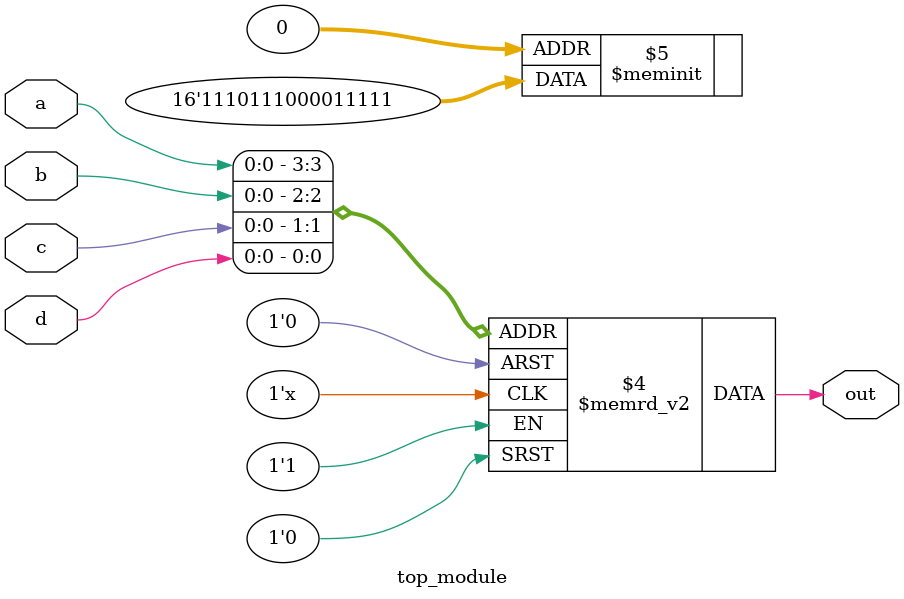
<source format=sv>
module top_module (
    input a, 
    input b,
    input c,
    input d,
    output reg out
);

	always @(*)
	begin
		case({a,b,c,d})
			4'b0101: out = 1'b0;
			4'b0110: out = 1'b0;
			4'b0111: out = 1'b0;
			4'b1000: out = 1'b0;
			4'b1010: out = 1'b1;
			4'b1011: out = 1'b1;
			4'b1100: out = 1'b0;
			4'b1101: out = 1'b1;
			default: out = 1'b1;
		endcase
	end

endmodule

</source>
